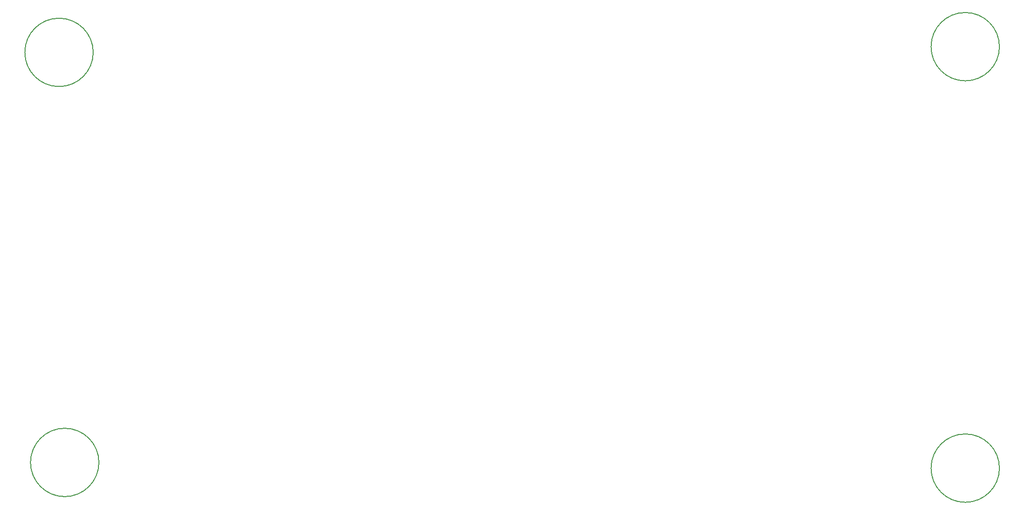
<source format=gbo>
G04 #@! TF.GenerationSoftware,KiCad,Pcbnew,7.0.7*
G04 #@! TF.CreationDate,2023-09-30T17:49:13+09:00*
G04 #@! TF.ProjectId,ind-assemble_R,696e642d-6173-4736-956d-626c655f522e,rev?*
G04 #@! TF.SameCoordinates,Original*
G04 #@! TF.FileFunction,Legend,Bot*
G04 #@! TF.FilePolarity,Positive*
%FSLAX46Y46*%
G04 Gerber Fmt 4.6, Leading zero omitted, Abs format (unit mm)*
G04 Created by KiCad (PCBNEW 7.0.7) date 2023-09-30 17:49:13*
%MOMM*%
%LPD*%
G01*
G04 APERTURE LIST*
%ADD10C,0.150000*%
G04 APERTURE END LIST*
D10*
X50625000Y-42625000D02*
G75*
G03*
X50625000Y-42625000I-6000000J0D01*
G01*
X51625000Y-114625000D02*
G75*
G03*
X51625000Y-114625000I-6000000J0D01*
G01*
X209625000Y-115625000D02*
G75*
G03*
X209625000Y-115625000I-6000000J0D01*
G01*
X209625000Y-41625000D02*
G75*
G03*
X209625000Y-41625000I-6000000J0D01*
G01*
M02*

</source>
